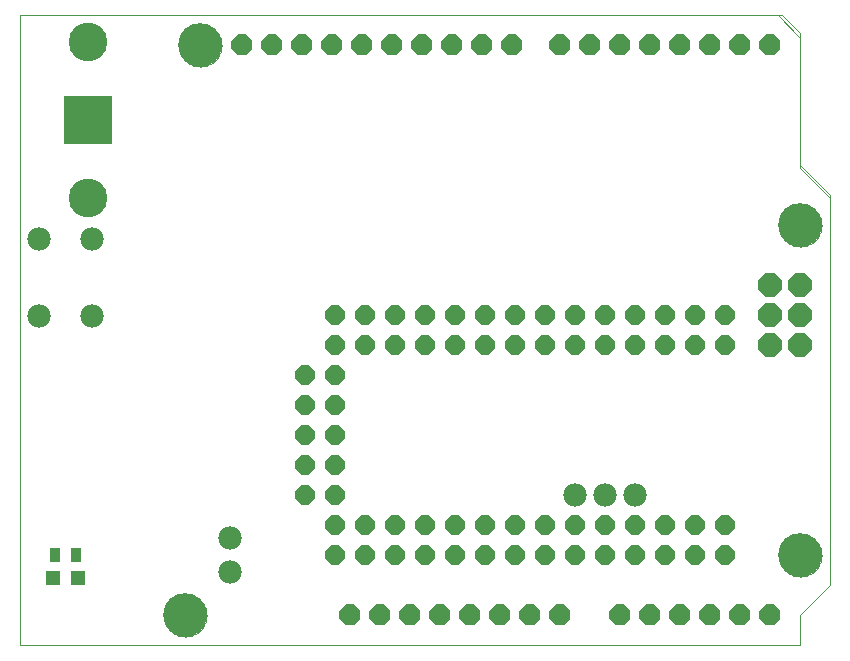
<source format=gts>
G75*
G70*
%OFA0B0*%
%FSLAX24Y24*%
%IPPOS*%
%LPD*%
%AMOC8*
5,1,8,0,0,1.08239X$1,22.5*
%
%ADD10C,0.0000*%
%ADD11C,0.1457*%
%ADD12OC8,0.0780*%
%ADD13OC8,0.0700*%
%ADD14OC8,0.0640*%
%ADD15C,0.0780*%
%ADD16R,0.1600X0.1600*%
%ADD17C,0.1290*%
%ADD18R,0.0512X0.0512*%
%ADD19R,0.0355X0.0512*%
D10*
X007831Y006663D02*
X007831Y027663D01*
X033231Y027663D01*
X033831Y027063D01*
X033831Y022563D01*
X034831Y021563D01*
X034831Y008663D01*
X033831Y007663D01*
X033831Y006663D01*
X007831Y006663D01*
X007831Y027663D01*
X033081Y027663D01*
X033831Y026913D01*
X033831Y022663D01*
X034831Y021663D01*
X034831Y008663D01*
X033831Y007663D01*
X033831Y006663D01*
X007831Y006663D01*
X012622Y007663D02*
X012624Y007716D01*
X012630Y007769D01*
X012640Y007821D01*
X012653Y007872D01*
X012671Y007922D01*
X012692Y007971D01*
X012717Y008018D01*
X012745Y008062D01*
X012777Y008105D01*
X012811Y008145D01*
X012849Y008183D01*
X012889Y008217D01*
X012932Y008249D01*
X012977Y008277D01*
X013023Y008302D01*
X013072Y008323D01*
X013122Y008341D01*
X013173Y008354D01*
X013225Y008364D01*
X013278Y008370D01*
X013331Y008372D01*
X013384Y008370D01*
X013437Y008364D01*
X013489Y008354D01*
X013540Y008341D01*
X013590Y008323D01*
X013639Y008302D01*
X013686Y008277D01*
X013730Y008249D01*
X013773Y008217D01*
X013813Y008183D01*
X013851Y008145D01*
X013885Y008105D01*
X013917Y008062D01*
X013945Y008017D01*
X013970Y007971D01*
X013991Y007922D01*
X014009Y007872D01*
X014022Y007821D01*
X014032Y007769D01*
X014038Y007716D01*
X014040Y007663D01*
X014038Y007610D01*
X014032Y007557D01*
X014022Y007505D01*
X014009Y007454D01*
X013991Y007404D01*
X013970Y007355D01*
X013945Y007308D01*
X013917Y007264D01*
X013885Y007221D01*
X013851Y007181D01*
X013813Y007143D01*
X013773Y007109D01*
X013730Y007077D01*
X013685Y007049D01*
X013639Y007024D01*
X013590Y007003D01*
X013540Y006985D01*
X013489Y006972D01*
X013437Y006962D01*
X013384Y006956D01*
X013331Y006954D01*
X013278Y006956D01*
X013225Y006962D01*
X013173Y006972D01*
X013122Y006985D01*
X013072Y007003D01*
X013023Y007024D01*
X012976Y007049D01*
X012932Y007077D01*
X012889Y007109D01*
X012849Y007143D01*
X012811Y007181D01*
X012777Y007221D01*
X012745Y007264D01*
X012717Y007309D01*
X012692Y007355D01*
X012671Y007404D01*
X012653Y007454D01*
X012640Y007505D01*
X012630Y007557D01*
X012624Y007610D01*
X012622Y007663D01*
X033122Y009663D02*
X033124Y009716D01*
X033130Y009769D01*
X033140Y009821D01*
X033153Y009872D01*
X033171Y009922D01*
X033192Y009971D01*
X033217Y010018D01*
X033245Y010062D01*
X033277Y010105D01*
X033311Y010145D01*
X033349Y010183D01*
X033389Y010217D01*
X033432Y010249D01*
X033477Y010277D01*
X033523Y010302D01*
X033572Y010323D01*
X033622Y010341D01*
X033673Y010354D01*
X033725Y010364D01*
X033778Y010370D01*
X033831Y010372D01*
X033884Y010370D01*
X033937Y010364D01*
X033989Y010354D01*
X034040Y010341D01*
X034090Y010323D01*
X034139Y010302D01*
X034186Y010277D01*
X034230Y010249D01*
X034273Y010217D01*
X034313Y010183D01*
X034351Y010145D01*
X034385Y010105D01*
X034417Y010062D01*
X034445Y010017D01*
X034470Y009971D01*
X034491Y009922D01*
X034509Y009872D01*
X034522Y009821D01*
X034532Y009769D01*
X034538Y009716D01*
X034540Y009663D01*
X034538Y009610D01*
X034532Y009557D01*
X034522Y009505D01*
X034509Y009454D01*
X034491Y009404D01*
X034470Y009355D01*
X034445Y009308D01*
X034417Y009264D01*
X034385Y009221D01*
X034351Y009181D01*
X034313Y009143D01*
X034273Y009109D01*
X034230Y009077D01*
X034185Y009049D01*
X034139Y009024D01*
X034090Y009003D01*
X034040Y008985D01*
X033989Y008972D01*
X033937Y008962D01*
X033884Y008956D01*
X033831Y008954D01*
X033778Y008956D01*
X033725Y008962D01*
X033673Y008972D01*
X033622Y008985D01*
X033572Y009003D01*
X033523Y009024D01*
X033476Y009049D01*
X033432Y009077D01*
X033389Y009109D01*
X033349Y009143D01*
X033311Y009181D01*
X033277Y009221D01*
X033245Y009264D01*
X033217Y009309D01*
X033192Y009355D01*
X033171Y009404D01*
X033153Y009454D01*
X033140Y009505D01*
X033130Y009557D01*
X033124Y009610D01*
X033122Y009663D01*
X033122Y020663D02*
X033124Y020716D01*
X033130Y020769D01*
X033140Y020821D01*
X033153Y020872D01*
X033171Y020922D01*
X033192Y020971D01*
X033217Y021018D01*
X033245Y021062D01*
X033277Y021105D01*
X033311Y021145D01*
X033349Y021183D01*
X033389Y021217D01*
X033432Y021249D01*
X033477Y021277D01*
X033523Y021302D01*
X033572Y021323D01*
X033622Y021341D01*
X033673Y021354D01*
X033725Y021364D01*
X033778Y021370D01*
X033831Y021372D01*
X033884Y021370D01*
X033937Y021364D01*
X033989Y021354D01*
X034040Y021341D01*
X034090Y021323D01*
X034139Y021302D01*
X034186Y021277D01*
X034230Y021249D01*
X034273Y021217D01*
X034313Y021183D01*
X034351Y021145D01*
X034385Y021105D01*
X034417Y021062D01*
X034445Y021017D01*
X034470Y020971D01*
X034491Y020922D01*
X034509Y020872D01*
X034522Y020821D01*
X034532Y020769D01*
X034538Y020716D01*
X034540Y020663D01*
X034538Y020610D01*
X034532Y020557D01*
X034522Y020505D01*
X034509Y020454D01*
X034491Y020404D01*
X034470Y020355D01*
X034445Y020308D01*
X034417Y020264D01*
X034385Y020221D01*
X034351Y020181D01*
X034313Y020143D01*
X034273Y020109D01*
X034230Y020077D01*
X034185Y020049D01*
X034139Y020024D01*
X034090Y020003D01*
X034040Y019985D01*
X033989Y019972D01*
X033937Y019962D01*
X033884Y019956D01*
X033831Y019954D01*
X033778Y019956D01*
X033725Y019962D01*
X033673Y019972D01*
X033622Y019985D01*
X033572Y020003D01*
X033523Y020024D01*
X033476Y020049D01*
X033432Y020077D01*
X033389Y020109D01*
X033349Y020143D01*
X033311Y020181D01*
X033277Y020221D01*
X033245Y020264D01*
X033217Y020309D01*
X033192Y020355D01*
X033171Y020404D01*
X033153Y020454D01*
X033140Y020505D01*
X033130Y020557D01*
X033124Y020610D01*
X033122Y020663D01*
X013122Y026663D02*
X013124Y026716D01*
X013130Y026769D01*
X013140Y026821D01*
X013153Y026872D01*
X013171Y026922D01*
X013192Y026971D01*
X013217Y027018D01*
X013245Y027062D01*
X013277Y027105D01*
X013311Y027145D01*
X013349Y027183D01*
X013389Y027217D01*
X013432Y027249D01*
X013477Y027277D01*
X013523Y027302D01*
X013572Y027323D01*
X013622Y027341D01*
X013673Y027354D01*
X013725Y027364D01*
X013778Y027370D01*
X013831Y027372D01*
X013884Y027370D01*
X013937Y027364D01*
X013989Y027354D01*
X014040Y027341D01*
X014090Y027323D01*
X014139Y027302D01*
X014186Y027277D01*
X014230Y027249D01*
X014273Y027217D01*
X014313Y027183D01*
X014351Y027145D01*
X014385Y027105D01*
X014417Y027062D01*
X014445Y027017D01*
X014470Y026971D01*
X014491Y026922D01*
X014509Y026872D01*
X014522Y026821D01*
X014532Y026769D01*
X014538Y026716D01*
X014540Y026663D01*
X014538Y026610D01*
X014532Y026557D01*
X014522Y026505D01*
X014509Y026454D01*
X014491Y026404D01*
X014470Y026355D01*
X014445Y026308D01*
X014417Y026264D01*
X014385Y026221D01*
X014351Y026181D01*
X014313Y026143D01*
X014273Y026109D01*
X014230Y026077D01*
X014185Y026049D01*
X014139Y026024D01*
X014090Y026003D01*
X014040Y025985D01*
X013989Y025972D01*
X013937Y025962D01*
X013884Y025956D01*
X013831Y025954D01*
X013778Y025956D01*
X013725Y025962D01*
X013673Y025972D01*
X013622Y025985D01*
X013572Y026003D01*
X013523Y026024D01*
X013476Y026049D01*
X013432Y026077D01*
X013389Y026109D01*
X013349Y026143D01*
X013311Y026181D01*
X013277Y026221D01*
X013245Y026264D01*
X013217Y026309D01*
X013192Y026355D01*
X013171Y026404D01*
X013153Y026454D01*
X013140Y026505D01*
X013130Y026557D01*
X013124Y026610D01*
X013122Y026663D01*
D11*
X013831Y026663D03*
X033831Y020663D03*
X033831Y009663D03*
X013331Y007663D03*
D12*
X032831Y016663D03*
X033831Y016663D03*
X033831Y017663D03*
X032831Y017663D03*
X032831Y018663D03*
X033831Y018663D03*
D13*
X032831Y026663D03*
X031831Y026663D03*
X030831Y026663D03*
X029831Y026663D03*
X028831Y026663D03*
X027831Y026663D03*
X026831Y026663D03*
X025831Y026663D03*
X024231Y026663D03*
X023231Y026663D03*
X022231Y026663D03*
X021231Y026663D03*
X020231Y026663D03*
X019231Y026663D03*
X018231Y026663D03*
X017231Y026663D03*
X016231Y026663D03*
X015231Y026663D03*
X018831Y007663D03*
X019831Y007663D03*
X020831Y007663D03*
X021831Y007663D03*
X022831Y007663D03*
X023831Y007663D03*
X024831Y007663D03*
X025831Y007663D03*
X027831Y007663D03*
X028831Y007663D03*
X029831Y007663D03*
X030831Y007663D03*
X031831Y007663D03*
X032831Y007663D03*
D14*
X031331Y009663D03*
X030331Y009663D03*
X029331Y009663D03*
X028331Y009663D03*
X027331Y009663D03*
X026331Y009663D03*
X025331Y009663D03*
X024331Y009663D03*
X023331Y009663D03*
X022331Y009663D03*
X021331Y009663D03*
X020331Y009663D03*
X019331Y009663D03*
X018331Y009663D03*
X018331Y010663D03*
X019331Y010663D03*
X020331Y010663D03*
X021331Y010663D03*
X022331Y010663D03*
X023331Y010663D03*
X024331Y010663D03*
X025331Y010663D03*
X026331Y010663D03*
X027331Y010663D03*
X028331Y010663D03*
X029331Y010663D03*
X030331Y010663D03*
X031331Y010663D03*
X031331Y016663D03*
X030331Y016663D03*
X029331Y016663D03*
X028331Y016663D03*
X027331Y016663D03*
X026331Y016663D03*
X025331Y016663D03*
X024331Y016663D03*
X023331Y016663D03*
X022331Y016663D03*
X021331Y016663D03*
X020331Y016663D03*
X019331Y016663D03*
X018331Y016663D03*
X018331Y015663D03*
X017331Y015663D03*
X017331Y014663D03*
X018331Y014663D03*
X018331Y013663D03*
X017331Y013663D03*
X017331Y012663D03*
X018331Y012663D03*
X018331Y011663D03*
X017331Y011663D03*
X018331Y017663D03*
X019331Y017663D03*
X020331Y017663D03*
X021331Y017663D03*
X022331Y017663D03*
X023331Y017663D03*
X024331Y017663D03*
X025331Y017663D03*
X026331Y017663D03*
X027331Y017663D03*
X028331Y017663D03*
X029331Y017663D03*
X030331Y017663D03*
X031331Y017663D03*
D15*
X028331Y011663D03*
X027331Y011663D03*
X026331Y011663D03*
X014831Y010233D03*
X014831Y009093D03*
X010221Y017633D03*
X008441Y017633D03*
X008441Y020193D03*
X010221Y020193D03*
D16*
X010081Y024163D03*
D17*
X010081Y021563D03*
X010081Y026763D03*
D18*
X009744Y008913D03*
X008918Y008913D03*
D19*
X008977Y009663D03*
X009685Y009663D03*
M02*

</source>
